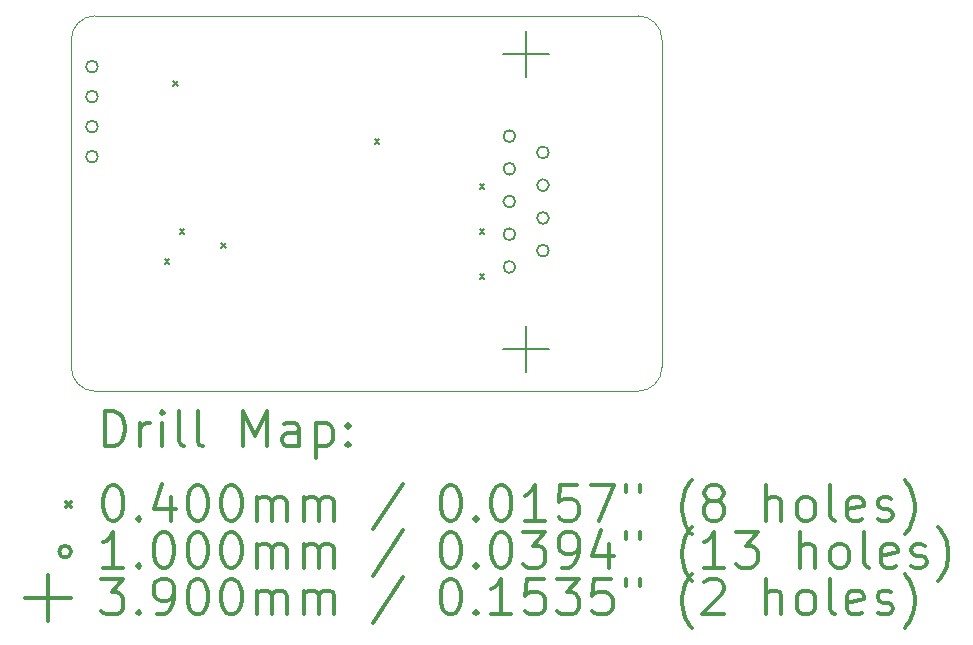
<source format=gbr>
%FSLAX45Y45*%
G04 Gerber Fmt 4.5, Leading zero omitted, Abs format (unit mm)*
G04 Created by KiCad (PCBNEW (5.1.10)-1) date 2022-10-05 22:38:59*
%MOMM*%
%LPD*%
G01*
G04 APERTURE LIST*
%TA.AperFunction,Profile*%
%ADD10C,0.050000*%
%TD*%
%ADD11C,0.200000*%
%ADD12C,0.300000*%
G04 APERTURE END LIST*
D10*
X8000000Y-5977000D02*
X8000000Y-3200000D01*
X7800000Y-6177000D02*
X3200000Y-6177000D01*
X8000000Y-5977000D02*
G75*
G02*
X7800000Y-6177000I-200000J0D01*
G01*
X3000000Y-3200000D02*
X3000000Y-5977000D01*
X7800000Y-3000000D02*
X3200000Y-3000000D01*
X7800000Y-3000000D02*
G75*
G02*
X8000000Y-3200000I0J-200000D01*
G01*
X3200000Y-6177000D02*
G75*
G02*
X3000000Y-5977000I0J200000D01*
G01*
X3000000Y-3200000D02*
G75*
G02*
X3200000Y-3000000I200000J0D01*
G01*
D11*
X3790000Y-5060000D02*
X3830000Y-5100000D01*
X3830000Y-5060000D02*
X3790000Y-5100000D01*
X3859750Y-3552500D02*
X3899750Y-3592500D01*
X3899750Y-3552500D02*
X3859750Y-3592500D01*
X3917000Y-4806000D02*
X3957000Y-4846000D01*
X3957000Y-4806000D02*
X3917000Y-4846000D01*
X4270500Y-4922500D02*
X4310500Y-4962500D01*
X4310500Y-4922500D02*
X4270500Y-4962500D01*
X5568000Y-4044000D02*
X5608000Y-4084000D01*
X5608000Y-4044000D02*
X5568000Y-4084000D01*
X6457000Y-4425000D02*
X6497000Y-4465000D01*
X6497000Y-4425000D02*
X6457000Y-4465000D01*
X6457000Y-4806000D02*
X6497000Y-4846000D01*
X6497000Y-4806000D02*
X6457000Y-4846000D01*
X6457000Y-5187000D02*
X6497000Y-5227000D01*
X6497000Y-5187000D02*
X6457000Y-5227000D01*
X3225000Y-3429000D02*
G75*
G03*
X3225000Y-3429000I-50000J0D01*
G01*
X3225000Y-3683000D02*
G75*
G03*
X3225000Y-3683000I-50000J0D01*
G01*
X3225000Y-3937000D02*
G75*
G03*
X3225000Y-3937000I-50000J0D01*
G01*
X3225000Y-4191000D02*
G75*
G03*
X3225000Y-4191000I-50000J0D01*
G01*
X6759000Y-4018000D02*
G75*
G03*
X6759000Y-4018000I-50000J0D01*
G01*
X6759000Y-4295000D02*
G75*
G03*
X6759000Y-4295000I-50000J0D01*
G01*
X6759000Y-4572000D02*
G75*
G03*
X6759000Y-4572000I-50000J0D01*
G01*
X6759000Y-4849000D02*
G75*
G03*
X6759000Y-4849000I-50000J0D01*
G01*
X6759000Y-5126000D02*
G75*
G03*
X6759000Y-5126000I-50000J0D01*
G01*
X7043000Y-4156500D02*
G75*
G03*
X7043000Y-4156500I-50000J0D01*
G01*
X7043000Y-4433500D02*
G75*
G03*
X7043000Y-4433500I-50000J0D01*
G01*
X7043000Y-4710500D02*
G75*
G03*
X7043000Y-4710500I-50000J0D01*
G01*
X7043000Y-4987500D02*
G75*
G03*
X7043000Y-4987500I-50000J0D01*
G01*
X6851000Y-3127500D02*
X6851000Y-3517500D01*
X6656000Y-3322500D02*
X7046000Y-3322500D01*
X6851000Y-5626500D02*
X6851000Y-6016500D01*
X6656000Y-5821500D02*
X7046000Y-5821500D01*
D12*
X3283928Y-6645214D02*
X3283928Y-6345214D01*
X3355357Y-6345214D01*
X3398214Y-6359500D01*
X3426786Y-6388071D01*
X3441071Y-6416643D01*
X3455357Y-6473786D01*
X3455357Y-6516643D01*
X3441071Y-6573786D01*
X3426786Y-6602357D01*
X3398214Y-6630929D01*
X3355357Y-6645214D01*
X3283928Y-6645214D01*
X3583928Y-6645214D02*
X3583928Y-6445214D01*
X3583928Y-6502357D02*
X3598214Y-6473786D01*
X3612500Y-6459500D01*
X3641071Y-6445214D01*
X3669643Y-6445214D01*
X3769643Y-6645214D02*
X3769643Y-6445214D01*
X3769643Y-6345214D02*
X3755357Y-6359500D01*
X3769643Y-6373786D01*
X3783928Y-6359500D01*
X3769643Y-6345214D01*
X3769643Y-6373786D01*
X3955357Y-6645214D02*
X3926786Y-6630929D01*
X3912500Y-6602357D01*
X3912500Y-6345214D01*
X4112500Y-6645214D02*
X4083928Y-6630929D01*
X4069643Y-6602357D01*
X4069643Y-6345214D01*
X4455357Y-6645214D02*
X4455357Y-6345214D01*
X4555357Y-6559500D01*
X4655357Y-6345214D01*
X4655357Y-6645214D01*
X4926786Y-6645214D02*
X4926786Y-6488071D01*
X4912500Y-6459500D01*
X4883928Y-6445214D01*
X4826786Y-6445214D01*
X4798214Y-6459500D01*
X4926786Y-6630929D02*
X4898214Y-6645214D01*
X4826786Y-6645214D01*
X4798214Y-6630929D01*
X4783928Y-6602357D01*
X4783928Y-6573786D01*
X4798214Y-6545214D01*
X4826786Y-6530929D01*
X4898214Y-6530929D01*
X4926786Y-6516643D01*
X5069643Y-6445214D02*
X5069643Y-6745214D01*
X5069643Y-6459500D02*
X5098214Y-6445214D01*
X5155357Y-6445214D01*
X5183928Y-6459500D01*
X5198214Y-6473786D01*
X5212500Y-6502357D01*
X5212500Y-6588071D01*
X5198214Y-6616643D01*
X5183928Y-6630929D01*
X5155357Y-6645214D01*
X5098214Y-6645214D01*
X5069643Y-6630929D01*
X5341071Y-6616643D02*
X5355357Y-6630929D01*
X5341071Y-6645214D01*
X5326786Y-6630929D01*
X5341071Y-6616643D01*
X5341071Y-6645214D01*
X5341071Y-6459500D02*
X5355357Y-6473786D01*
X5341071Y-6488071D01*
X5326786Y-6473786D01*
X5341071Y-6459500D01*
X5341071Y-6488071D01*
X2957500Y-7119500D02*
X2997500Y-7159500D01*
X2997500Y-7119500D02*
X2957500Y-7159500D01*
X3341071Y-6975214D02*
X3369643Y-6975214D01*
X3398214Y-6989500D01*
X3412500Y-7003786D01*
X3426786Y-7032357D01*
X3441071Y-7089500D01*
X3441071Y-7160929D01*
X3426786Y-7218071D01*
X3412500Y-7246643D01*
X3398214Y-7260929D01*
X3369643Y-7275214D01*
X3341071Y-7275214D01*
X3312500Y-7260929D01*
X3298214Y-7246643D01*
X3283928Y-7218071D01*
X3269643Y-7160929D01*
X3269643Y-7089500D01*
X3283928Y-7032357D01*
X3298214Y-7003786D01*
X3312500Y-6989500D01*
X3341071Y-6975214D01*
X3569643Y-7246643D02*
X3583928Y-7260929D01*
X3569643Y-7275214D01*
X3555357Y-7260929D01*
X3569643Y-7246643D01*
X3569643Y-7275214D01*
X3841071Y-7075214D02*
X3841071Y-7275214D01*
X3769643Y-6960929D02*
X3698214Y-7175214D01*
X3883928Y-7175214D01*
X4055357Y-6975214D02*
X4083928Y-6975214D01*
X4112500Y-6989500D01*
X4126786Y-7003786D01*
X4141071Y-7032357D01*
X4155357Y-7089500D01*
X4155357Y-7160929D01*
X4141071Y-7218071D01*
X4126786Y-7246643D01*
X4112500Y-7260929D01*
X4083928Y-7275214D01*
X4055357Y-7275214D01*
X4026786Y-7260929D01*
X4012500Y-7246643D01*
X3998214Y-7218071D01*
X3983928Y-7160929D01*
X3983928Y-7089500D01*
X3998214Y-7032357D01*
X4012500Y-7003786D01*
X4026786Y-6989500D01*
X4055357Y-6975214D01*
X4341071Y-6975214D02*
X4369643Y-6975214D01*
X4398214Y-6989500D01*
X4412500Y-7003786D01*
X4426786Y-7032357D01*
X4441071Y-7089500D01*
X4441071Y-7160929D01*
X4426786Y-7218071D01*
X4412500Y-7246643D01*
X4398214Y-7260929D01*
X4369643Y-7275214D01*
X4341071Y-7275214D01*
X4312500Y-7260929D01*
X4298214Y-7246643D01*
X4283928Y-7218071D01*
X4269643Y-7160929D01*
X4269643Y-7089500D01*
X4283928Y-7032357D01*
X4298214Y-7003786D01*
X4312500Y-6989500D01*
X4341071Y-6975214D01*
X4569643Y-7275214D02*
X4569643Y-7075214D01*
X4569643Y-7103786D02*
X4583928Y-7089500D01*
X4612500Y-7075214D01*
X4655357Y-7075214D01*
X4683928Y-7089500D01*
X4698214Y-7118071D01*
X4698214Y-7275214D01*
X4698214Y-7118071D02*
X4712500Y-7089500D01*
X4741071Y-7075214D01*
X4783928Y-7075214D01*
X4812500Y-7089500D01*
X4826786Y-7118071D01*
X4826786Y-7275214D01*
X4969643Y-7275214D02*
X4969643Y-7075214D01*
X4969643Y-7103786D02*
X4983928Y-7089500D01*
X5012500Y-7075214D01*
X5055357Y-7075214D01*
X5083928Y-7089500D01*
X5098214Y-7118071D01*
X5098214Y-7275214D01*
X5098214Y-7118071D02*
X5112500Y-7089500D01*
X5141071Y-7075214D01*
X5183928Y-7075214D01*
X5212500Y-7089500D01*
X5226786Y-7118071D01*
X5226786Y-7275214D01*
X5812500Y-6960929D02*
X5555357Y-7346643D01*
X6198214Y-6975214D02*
X6226786Y-6975214D01*
X6255357Y-6989500D01*
X6269643Y-7003786D01*
X6283928Y-7032357D01*
X6298214Y-7089500D01*
X6298214Y-7160929D01*
X6283928Y-7218071D01*
X6269643Y-7246643D01*
X6255357Y-7260929D01*
X6226786Y-7275214D01*
X6198214Y-7275214D01*
X6169643Y-7260929D01*
X6155357Y-7246643D01*
X6141071Y-7218071D01*
X6126786Y-7160929D01*
X6126786Y-7089500D01*
X6141071Y-7032357D01*
X6155357Y-7003786D01*
X6169643Y-6989500D01*
X6198214Y-6975214D01*
X6426786Y-7246643D02*
X6441071Y-7260929D01*
X6426786Y-7275214D01*
X6412500Y-7260929D01*
X6426786Y-7246643D01*
X6426786Y-7275214D01*
X6626786Y-6975214D02*
X6655357Y-6975214D01*
X6683928Y-6989500D01*
X6698214Y-7003786D01*
X6712500Y-7032357D01*
X6726786Y-7089500D01*
X6726786Y-7160929D01*
X6712500Y-7218071D01*
X6698214Y-7246643D01*
X6683928Y-7260929D01*
X6655357Y-7275214D01*
X6626786Y-7275214D01*
X6598214Y-7260929D01*
X6583928Y-7246643D01*
X6569643Y-7218071D01*
X6555357Y-7160929D01*
X6555357Y-7089500D01*
X6569643Y-7032357D01*
X6583928Y-7003786D01*
X6598214Y-6989500D01*
X6626786Y-6975214D01*
X7012500Y-7275214D02*
X6841071Y-7275214D01*
X6926786Y-7275214D02*
X6926786Y-6975214D01*
X6898214Y-7018071D01*
X6869643Y-7046643D01*
X6841071Y-7060929D01*
X7283928Y-6975214D02*
X7141071Y-6975214D01*
X7126786Y-7118071D01*
X7141071Y-7103786D01*
X7169643Y-7089500D01*
X7241071Y-7089500D01*
X7269643Y-7103786D01*
X7283928Y-7118071D01*
X7298214Y-7146643D01*
X7298214Y-7218071D01*
X7283928Y-7246643D01*
X7269643Y-7260929D01*
X7241071Y-7275214D01*
X7169643Y-7275214D01*
X7141071Y-7260929D01*
X7126786Y-7246643D01*
X7398214Y-6975214D02*
X7598214Y-6975214D01*
X7469643Y-7275214D01*
X7698214Y-6975214D02*
X7698214Y-7032357D01*
X7812500Y-6975214D02*
X7812500Y-7032357D01*
X8255357Y-7389500D02*
X8241071Y-7375214D01*
X8212500Y-7332357D01*
X8198214Y-7303786D01*
X8183928Y-7260929D01*
X8169643Y-7189500D01*
X8169643Y-7132357D01*
X8183928Y-7060929D01*
X8198214Y-7018071D01*
X8212500Y-6989500D01*
X8241071Y-6946643D01*
X8255357Y-6932357D01*
X8412500Y-7103786D02*
X8383928Y-7089500D01*
X8369643Y-7075214D01*
X8355357Y-7046643D01*
X8355357Y-7032357D01*
X8369643Y-7003786D01*
X8383928Y-6989500D01*
X8412500Y-6975214D01*
X8469643Y-6975214D01*
X8498214Y-6989500D01*
X8512500Y-7003786D01*
X8526786Y-7032357D01*
X8526786Y-7046643D01*
X8512500Y-7075214D01*
X8498214Y-7089500D01*
X8469643Y-7103786D01*
X8412500Y-7103786D01*
X8383928Y-7118071D01*
X8369643Y-7132357D01*
X8355357Y-7160929D01*
X8355357Y-7218071D01*
X8369643Y-7246643D01*
X8383928Y-7260929D01*
X8412500Y-7275214D01*
X8469643Y-7275214D01*
X8498214Y-7260929D01*
X8512500Y-7246643D01*
X8526786Y-7218071D01*
X8526786Y-7160929D01*
X8512500Y-7132357D01*
X8498214Y-7118071D01*
X8469643Y-7103786D01*
X8883928Y-7275214D02*
X8883928Y-6975214D01*
X9012500Y-7275214D02*
X9012500Y-7118071D01*
X8998214Y-7089500D01*
X8969643Y-7075214D01*
X8926786Y-7075214D01*
X8898214Y-7089500D01*
X8883928Y-7103786D01*
X9198214Y-7275214D02*
X9169643Y-7260929D01*
X9155357Y-7246643D01*
X9141071Y-7218071D01*
X9141071Y-7132357D01*
X9155357Y-7103786D01*
X9169643Y-7089500D01*
X9198214Y-7075214D01*
X9241071Y-7075214D01*
X9269643Y-7089500D01*
X9283928Y-7103786D01*
X9298214Y-7132357D01*
X9298214Y-7218071D01*
X9283928Y-7246643D01*
X9269643Y-7260929D01*
X9241071Y-7275214D01*
X9198214Y-7275214D01*
X9469643Y-7275214D02*
X9441071Y-7260929D01*
X9426786Y-7232357D01*
X9426786Y-6975214D01*
X9698214Y-7260929D02*
X9669643Y-7275214D01*
X9612500Y-7275214D01*
X9583928Y-7260929D01*
X9569643Y-7232357D01*
X9569643Y-7118071D01*
X9583928Y-7089500D01*
X9612500Y-7075214D01*
X9669643Y-7075214D01*
X9698214Y-7089500D01*
X9712500Y-7118071D01*
X9712500Y-7146643D01*
X9569643Y-7175214D01*
X9826786Y-7260929D02*
X9855357Y-7275214D01*
X9912500Y-7275214D01*
X9941071Y-7260929D01*
X9955357Y-7232357D01*
X9955357Y-7218071D01*
X9941071Y-7189500D01*
X9912500Y-7175214D01*
X9869643Y-7175214D01*
X9841071Y-7160929D01*
X9826786Y-7132357D01*
X9826786Y-7118071D01*
X9841071Y-7089500D01*
X9869643Y-7075214D01*
X9912500Y-7075214D01*
X9941071Y-7089500D01*
X10055357Y-7389500D02*
X10069643Y-7375214D01*
X10098214Y-7332357D01*
X10112500Y-7303786D01*
X10126786Y-7260929D01*
X10141071Y-7189500D01*
X10141071Y-7132357D01*
X10126786Y-7060929D01*
X10112500Y-7018071D01*
X10098214Y-6989500D01*
X10069643Y-6946643D01*
X10055357Y-6932357D01*
X2997500Y-7535500D02*
G75*
G03*
X2997500Y-7535500I-50000J0D01*
G01*
X3441071Y-7671214D02*
X3269643Y-7671214D01*
X3355357Y-7671214D02*
X3355357Y-7371214D01*
X3326786Y-7414071D01*
X3298214Y-7442643D01*
X3269643Y-7456929D01*
X3569643Y-7642643D02*
X3583928Y-7656929D01*
X3569643Y-7671214D01*
X3555357Y-7656929D01*
X3569643Y-7642643D01*
X3569643Y-7671214D01*
X3769643Y-7371214D02*
X3798214Y-7371214D01*
X3826786Y-7385500D01*
X3841071Y-7399786D01*
X3855357Y-7428357D01*
X3869643Y-7485500D01*
X3869643Y-7556929D01*
X3855357Y-7614071D01*
X3841071Y-7642643D01*
X3826786Y-7656929D01*
X3798214Y-7671214D01*
X3769643Y-7671214D01*
X3741071Y-7656929D01*
X3726786Y-7642643D01*
X3712500Y-7614071D01*
X3698214Y-7556929D01*
X3698214Y-7485500D01*
X3712500Y-7428357D01*
X3726786Y-7399786D01*
X3741071Y-7385500D01*
X3769643Y-7371214D01*
X4055357Y-7371214D02*
X4083928Y-7371214D01*
X4112500Y-7385500D01*
X4126786Y-7399786D01*
X4141071Y-7428357D01*
X4155357Y-7485500D01*
X4155357Y-7556929D01*
X4141071Y-7614071D01*
X4126786Y-7642643D01*
X4112500Y-7656929D01*
X4083928Y-7671214D01*
X4055357Y-7671214D01*
X4026786Y-7656929D01*
X4012500Y-7642643D01*
X3998214Y-7614071D01*
X3983928Y-7556929D01*
X3983928Y-7485500D01*
X3998214Y-7428357D01*
X4012500Y-7399786D01*
X4026786Y-7385500D01*
X4055357Y-7371214D01*
X4341071Y-7371214D02*
X4369643Y-7371214D01*
X4398214Y-7385500D01*
X4412500Y-7399786D01*
X4426786Y-7428357D01*
X4441071Y-7485500D01*
X4441071Y-7556929D01*
X4426786Y-7614071D01*
X4412500Y-7642643D01*
X4398214Y-7656929D01*
X4369643Y-7671214D01*
X4341071Y-7671214D01*
X4312500Y-7656929D01*
X4298214Y-7642643D01*
X4283928Y-7614071D01*
X4269643Y-7556929D01*
X4269643Y-7485500D01*
X4283928Y-7428357D01*
X4298214Y-7399786D01*
X4312500Y-7385500D01*
X4341071Y-7371214D01*
X4569643Y-7671214D02*
X4569643Y-7471214D01*
X4569643Y-7499786D02*
X4583928Y-7485500D01*
X4612500Y-7471214D01*
X4655357Y-7471214D01*
X4683928Y-7485500D01*
X4698214Y-7514071D01*
X4698214Y-7671214D01*
X4698214Y-7514071D02*
X4712500Y-7485500D01*
X4741071Y-7471214D01*
X4783928Y-7471214D01*
X4812500Y-7485500D01*
X4826786Y-7514071D01*
X4826786Y-7671214D01*
X4969643Y-7671214D02*
X4969643Y-7471214D01*
X4969643Y-7499786D02*
X4983928Y-7485500D01*
X5012500Y-7471214D01*
X5055357Y-7471214D01*
X5083928Y-7485500D01*
X5098214Y-7514071D01*
X5098214Y-7671214D01*
X5098214Y-7514071D02*
X5112500Y-7485500D01*
X5141071Y-7471214D01*
X5183928Y-7471214D01*
X5212500Y-7485500D01*
X5226786Y-7514071D01*
X5226786Y-7671214D01*
X5812500Y-7356929D02*
X5555357Y-7742643D01*
X6198214Y-7371214D02*
X6226786Y-7371214D01*
X6255357Y-7385500D01*
X6269643Y-7399786D01*
X6283928Y-7428357D01*
X6298214Y-7485500D01*
X6298214Y-7556929D01*
X6283928Y-7614071D01*
X6269643Y-7642643D01*
X6255357Y-7656929D01*
X6226786Y-7671214D01*
X6198214Y-7671214D01*
X6169643Y-7656929D01*
X6155357Y-7642643D01*
X6141071Y-7614071D01*
X6126786Y-7556929D01*
X6126786Y-7485500D01*
X6141071Y-7428357D01*
X6155357Y-7399786D01*
X6169643Y-7385500D01*
X6198214Y-7371214D01*
X6426786Y-7642643D02*
X6441071Y-7656929D01*
X6426786Y-7671214D01*
X6412500Y-7656929D01*
X6426786Y-7642643D01*
X6426786Y-7671214D01*
X6626786Y-7371214D02*
X6655357Y-7371214D01*
X6683928Y-7385500D01*
X6698214Y-7399786D01*
X6712500Y-7428357D01*
X6726786Y-7485500D01*
X6726786Y-7556929D01*
X6712500Y-7614071D01*
X6698214Y-7642643D01*
X6683928Y-7656929D01*
X6655357Y-7671214D01*
X6626786Y-7671214D01*
X6598214Y-7656929D01*
X6583928Y-7642643D01*
X6569643Y-7614071D01*
X6555357Y-7556929D01*
X6555357Y-7485500D01*
X6569643Y-7428357D01*
X6583928Y-7399786D01*
X6598214Y-7385500D01*
X6626786Y-7371214D01*
X6826786Y-7371214D02*
X7012500Y-7371214D01*
X6912500Y-7485500D01*
X6955357Y-7485500D01*
X6983928Y-7499786D01*
X6998214Y-7514071D01*
X7012500Y-7542643D01*
X7012500Y-7614071D01*
X6998214Y-7642643D01*
X6983928Y-7656929D01*
X6955357Y-7671214D01*
X6869643Y-7671214D01*
X6841071Y-7656929D01*
X6826786Y-7642643D01*
X7155357Y-7671214D02*
X7212500Y-7671214D01*
X7241071Y-7656929D01*
X7255357Y-7642643D01*
X7283928Y-7599786D01*
X7298214Y-7542643D01*
X7298214Y-7428357D01*
X7283928Y-7399786D01*
X7269643Y-7385500D01*
X7241071Y-7371214D01*
X7183928Y-7371214D01*
X7155357Y-7385500D01*
X7141071Y-7399786D01*
X7126786Y-7428357D01*
X7126786Y-7499786D01*
X7141071Y-7528357D01*
X7155357Y-7542643D01*
X7183928Y-7556929D01*
X7241071Y-7556929D01*
X7269643Y-7542643D01*
X7283928Y-7528357D01*
X7298214Y-7499786D01*
X7555357Y-7471214D02*
X7555357Y-7671214D01*
X7483928Y-7356929D02*
X7412500Y-7571214D01*
X7598214Y-7571214D01*
X7698214Y-7371214D02*
X7698214Y-7428357D01*
X7812500Y-7371214D02*
X7812500Y-7428357D01*
X8255357Y-7785500D02*
X8241071Y-7771214D01*
X8212500Y-7728357D01*
X8198214Y-7699786D01*
X8183928Y-7656929D01*
X8169643Y-7585500D01*
X8169643Y-7528357D01*
X8183928Y-7456929D01*
X8198214Y-7414071D01*
X8212500Y-7385500D01*
X8241071Y-7342643D01*
X8255357Y-7328357D01*
X8526786Y-7671214D02*
X8355357Y-7671214D01*
X8441071Y-7671214D02*
X8441071Y-7371214D01*
X8412500Y-7414071D01*
X8383928Y-7442643D01*
X8355357Y-7456929D01*
X8626786Y-7371214D02*
X8812500Y-7371214D01*
X8712500Y-7485500D01*
X8755357Y-7485500D01*
X8783928Y-7499786D01*
X8798214Y-7514071D01*
X8812500Y-7542643D01*
X8812500Y-7614071D01*
X8798214Y-7642643D01*
X8783928Y-7656929D01*
X8755357Y-7671214D01*
X8669643Y-7671214D01*
X8641071Y-7656929D01*
X8626786Y-7642643D01*
X9169643Y-7671214D02*
X9169643Y-7371214D01*
X9298214Y-7671214D02*
X9298214Y-7514071D01*
X9283928Y-7485500D01*
X9255357Y-7471214D01*
X9212500Y-7471214D01*
X9183928Y-7485500D01*
X9169643Y-7499786D01*
X9483928Y-7671214D02*
X9455357Y-7656929D01*
X9441071Y-7642643D01*
X9426786Y-7614071D01*
X9426786Y-7528357D01*
X9441071Y-7499786D01*
X9455357Y-7485500D01*
X9483928Y-7471214D01*
X9526786Y-7471214D01*
X9555357Y-7485500D01*
X9569643Y-7499786D01*
X9583928Y-7528357D01*
X9583928Y-7614071D01*
X9569643Y-7642643D01*
X9555357Y-7656929D01*
X9526786Y-7671214D01*
X9483928Y-7671214D01*
X9755357Y-7671214D02*
X9726786Y-7656929D01*
X9712500Y-7628357D01*
X9712500Y-7371214D01*
X9983928Y-7656929D02*
X9955357Y-7671214D01*
X9898214Y-7671214D01*
X9869643Y-7656929D01*
X9855357Y-7628357D01*
X9855357Y-7514071D01*
X9869643Y-7485500D01*
X9898214Y-7471214D01*
X9955357Y-7471214D01*
X9983928Y-7485500D01*
X9998214Y-7514071D01*
X9998214Y-7542643D01*
X9855357Y-7571214D01*
X10112500Y-7656929D02*
X10141071Y-7671214D01*
X10198214Y-7671214D01*
X10226786Y-7656929D01*
X10241071Y-7628357D01*
X10241071Y-7614071D01*
X10226786Y-7585500D01*
X10198214Y-7571214D01*
X10155357Y-7571214D01*
X10126786Y-7556929D01*
X10112500Y-7528357D01*
X10112500Y-7514071D01*
X10126786Y-7485500D01*
X10155357Y-7471214D01*
X10198214Y-7471214D01*
X10226786Y-7485500D01*
X10341071Y-7785500D02*
X10355357Y-7771214D01*
X10383928Y-7728357D01*
X10398214Y-7699786D01*
X10412500Y-7656929D01*
X10426786Y-7585500D01*
X10426786Y-7528357D01*
X10412500Y-7456929D01*
X10398214Y-7414071D01*
X10383928Y-7385500D01*
X10355357Y-7342643D01*
X10341071Y-7328357D01*
X2802500Y-7736500D02*
X2802500Y-8126500D01*
X2607500Y-7931500D02*
X2997500Y-7931500D01*
X3255357Y-7767214D02*
X3441071Y-7767214D01*
X3341071Y-7881500D01*
X3383928Y-7881500D01*
X3412500Y-7895786D01*
X3426786Y-7910071D01*
X3441071Y-7938643D01*
X3441071Y-8010071D01*
X3426786Y-8038643D01*
X3412500Y-8052929D01*
X3383928Y-8067214D01*
X3298214Y-8067214D01*
X3269643Y-8052929D01*
X3255357Y-8038643D01*
X3569643Y-8038643D02*
X3583928Y-8052929D01*
X3569643Y-8067214D01*
X3555357Y-8052929D01*
X3569643Y-8038643D01*
X3569643Y-8067214D01*
X3726786Y-8067214D02*
X3783928Y-8067214D01*
X3812500Y-8052929D01*
X3826786Y-8038643D01*
X3855357Y-7995786D01*
X3869643Y-7938643D01*
X3869643Y-7824357D01*
X3855357Y-7795786D01*
X3841071Y-7781500D01*
X3812500Y-7767214D01*
X3755357Y-7767214D01*
X3726786Y-7781500D01*
X3712500Y-7795786D01*
X3698214Y-7824357D01*
X3698214Y-7895786D01*
X3712500Y-7924357D01*
X3726786Y-7938643D01*
X3755357Y-7952929D01*
X3812500Y-7952929D01*
X3841071Y-7938643D01*
X3855357Y-7924357D01*
X3869643Y-7895786D01*
X4055357Y-7767214D02*
X4083928Y-7767214D01*
X4112500Y-7781500D01*
X4126786Y-7795786D01*
X4141071Y-7824357D01*
X4155357Y-7881500D01*
X4155357Y-7952929D01*
X4141071Y-8010071D01*
X4126786Y-8038643D01*
X4112500Y-8052929D01*
X4083928Y-8067214D01*
X4055357Y-8067214D01*
X4026786Y-8052929D01*
X4012500Y-8038643D01*
X3998214Y-8010071D01*
X3983928Y-7952929D01*
X3983928Y-7881500D01*
X3998214Y-7824357D01*
X4012500Y-7795786D01*
X4026786Y-7781500D01*
X4055357Y-7767214D01*
X4341071Y-7767214D02*
X4369643Y-7767214D01*
X4398214Y-7781500D01*
X4412500Y-7795786D01*
X4426786Y-7824357D01*
X4441071Y-7881500D01*
X4441071Y-7952929D01*
X4426786Y-8010071D01*
X4412500Y-8038643D01*
X4398214Y-8052929D01*
X4369643Y-8067214D01*
X4341071Y-8067214D01*
X4312500Y-8052929D01*
X4298214Y-8038643D01*
X4283928Y-8010071D01*
X4269643Y-7952929D01*
X4269643Y-7881500D01*
X4283928Y-7824357D01*
X4298214Y-7795786D01*
X4312500Y-7781500D01*
X4341071Y-7767214D01*
X4569643Y-8067214D02*
X4569643Y-7867214D01*
X4569643Y-7895786D02*
X4583928Y-7881500D01*
X4612500Y-7867214D01*
X4655357Y-7867214D01*
X4683928Y-7881500D01*
X4698214Y-7910071D01*
X4698214Y-8067214D01*
X4698214Y-7910071D02*
X4712500Y-7881500D01*
X4741071Y-7867214D01*
X4783928Y-7867214D01*
X4812500Y-7881500D01*
X4826786Y-7910071D01*
X4826786Y-8067214D01*
X4969643Y-8067214D02*
X4969643Y-7867214D01*
X4969643Y-7895786D02*
X4983928Y-7881500D01*
X5012500Y-7867214D01*
X5055357Y-7867214D01*
X5083928Y-7881500D01*
X5098214Y-7910071D01*
X5098214Y-8067214D01*
X5098214Y-7910071D02*
X5112500Y-7881500D01*
X5141071Y-7867214D01*
X5183928Y-7867214D01*
X5212500Y-7881500D01*
X5226786Y-7910071D01*
X5226786Y-8067214D01*
X5812500Y-7752929D02*
X5555357Y-8138643D01*
X6198214Y-7767214D02*
X6226786Y-7767214D01*
X6255357Y-7781500D01*
X6269643Y-7795786D01*
X6283928Y-7824357D01*
X6298214Y-7881500D01*
X6298214Y-7952929D01*
X6283928Y-8010071D01*
X6269643Y-8038643D01*
X6255357Y-8052929D01*
X6226786Y-8067214D01*
X6198214Y-8067214D01*
X6169643Y-8052929D01*
X6155357Y-8038643D01*
X6141071Y-8010071D01*
X6126786Y-7952929D01*
X6126786Y-7881500D01*
X6141071Y-7824357D01*
X6155357Y-7795786D01*
X6169643Y-7781500D01*
X6198214Y-7767214D01*
X6426786Y-8038643D02*
X6441071Y-8052929D01*
X6426786Y-8067214D01*
X6412500Y-8052929D01*
X6426786Y-8038643D01*
X6426786Y-8067214D01*
X6726786Y-8067214D02*
X6555357Y-8067214D01*
X6641071Y-8067214D02*
X6641071Y-7767214D01*
X6612500Y-7810071D01*
X6583928Y-7838643D01*
X6555357Y-7852929D01*
X6998214Y-7767214D02*
X6855357Y-7767214D01*
X6841071Y-7910071D01*
X6855357Y-7895786D01*
X6883928Y-7881500D01*
X6955357Y-7881500D01*
X6983928Y-7895786D01*
X6998214Y-7910071D01*
X7012500Y-7938643D01*
X7012500Y-8010071D01*
X6998214Y-8038643D01*
X6983928Y-8052929D01*
X6955357Y-8067214D01*
X6883928Y-8067214D01*
X6855357Y-8052929D01*
X6841071Y-8038643D01*
X7112500Y-7767214D02*
X7298214Y-7767214D01*
X7198214Y-7881500D01*
X7241071Y-7881500D01*
X7269643Y-7895786D01*
X7283928Y-7910071D01*
X7298214Y-7938643D01*
X7298214Y-8010071D01*
X7283928Y-8038643D01*
X7269643Y-8052929D01*
X7241071Y-8067214D01*
X7155357Y-8067214D01*
X7126786Y-8052929D01*
X7112500Y-8038643D01*
X7569643Y-7767214D02*
X7426786Y-7767214D01*
X7412500Y-7910071D01*
X7426786Y-7895786D01*
X7455357Y-7881500D01*
X7526786Y-7881500D01*
X7555357Y-7895786D01*
X7569643Y-7910071D01*
X7583928Y-7938643D01*
X7583928Y-8010071D01*
X7569643Y-8038643D01*
X7555357Y-8052929D01*
X7526786Y-8067214D01*
X7455357Y-8067214D01*
X7426786Y-8052929D01*
X7412500Y-8038643D01*
X7698214Y-7767214D02*
X7698214Y-7824357D01*
X7812500Y-7767214D02*
X7812500Y-7824357D01*
X8255357Y-8181500D02*
X8241071Y-8167214D01*
X8212500Y-8124357D01*
X8198214Y-8095786D01*
X8183928Y-8052929D01*
X8169643Y-7981500D01*
X8169643Y-7924357D01*
X8183928Y-7852929D01*
X8198214Y-7810071D01*
X8212500Y-7781500D01*
X8241071Y-7738643D01*
X8255357Y-7724357D01*
X8355357Y-7795786D02*
X8369643Y-7781500D01*
X8398214Y-7767214D01*
X8469643Y-7767214D01*
X8498214Y-7781500D01*
X8512500Y-7795786D01*
X8526786Y-7824357D01*
X8526786Y-7852929D01*
X8512500Y-7895786D01*
X8341071Y-8067214D01*
X8526786Y-8067214D01*
X8883928Y-8067214D02*
X8883928Y-7767214D01*
X9012500Y-8067214D02*
X9012500Y-7910071D01*
X8998214Y-7881500D01*
X8969643Y-7867214D01*
X8926786Y-7867214D01*
X8898214Y-7881500D01*
X8883928Y-7895786D01*
X9198214Y-8067214D02*
X9169643Y-8052929D01*
X9155357Y-8038643D01*
X9141071Y-8010071D01*
X9141071Y-7924357D01*
X9155357Y-7895786D01*
X9169643Y-7881500D01*
X9198214Y-7867214D01*
X9241071Y-7867214D01*
X9269643Y-7881500D01*
X9283928Y-7895786D01*
X9298214Y-7924357D01*
X9298214Y-8010071D01*
X9283928Y-8038643D01*
X9269643Y-8052929D01*
X9241071Y-8067214D01*
X9198214Y-8067214D01*
X9469643Y-8067214D02*
X9441071Y-8052929D01*
X9426786Y-8024357D01*
X9426786Y-7767214D01*
X9698214Y-8052929D02*
X9669643Y-8067214D01*
X9612500Y-8067214D01*
X9583928Y-8052929D01*
X9569643Y-8024357D01*
X9569643Y-7910071D01*
X9583928Y-7881500D01*
X9612500Y-7867214D01*
X9669643Y-7867214D01*
X9698214Y-7881500D01*
X9712500Y-7910071D01*
X9712500Y-7938643D01*
X9569643Y-7967214D01*
X9826786Y-8052929D02*
X9855357Y-8067214D01*
X9912500Y-8067214D01*
X9941071Y-8052929D01*
X9955357Y-8024357D01*
X9955357Y-8010071D01*
X9941071Y-7981500D01*
X9912500Y-7967214D01*
X9869643Y-7967214D01*
X9841071Y-7952929D01*
X9826786Y-7924357D01*
X9826786Y-7910071D01*
X9841071Y-7881500D01*
X9869643Y-7867214D01*
X9912500Y-7867214D01*
X9941071Y-7881500D01*
X10055357Y-8181500D02*
X10069643Y-8167214D01*
X10098214Y-8124357D01*
X10112500Y-8095786D01*
X10126786Y-8052929D01*
X10141071Y-7981500D01*
X10141071Y-7924357D01*
X10126786Y-7852929D01*
X10112500Y-7810071D01*
X10098214Y-7781500D01*
X10069643Y-7738643D01*
X10055357Y-7724357D01*
M02*

</source>
